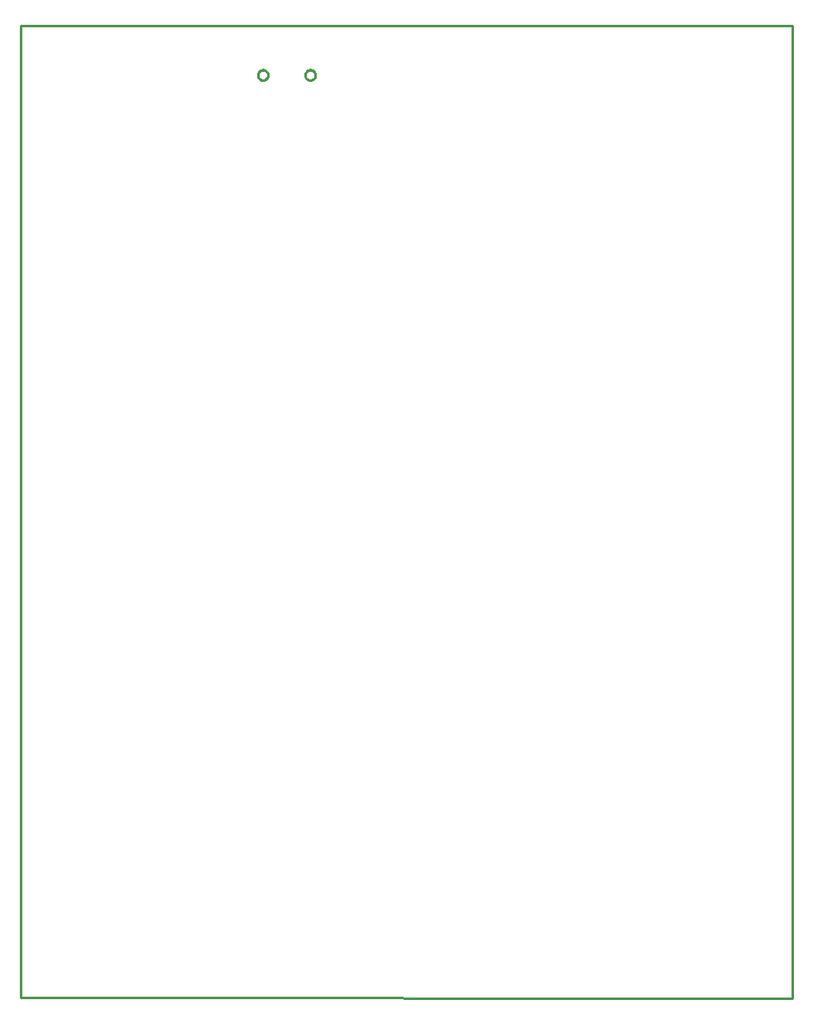
<source format=gbr>
G04 EAGLE Gerber RS-274X export*
G75*
%MOMM*%
%FSLAX34Y34*%
%LPD*%
%IN*%
%IPPOS*%
%AMOC8*
5,1,8,0,0,1.08239X$1,22.5*%
G01*
%ADD10C,0.254000*%


D10*
X0Y0D02*
X790152Y-457D01*
X790000Y995073D01*
X0Y995073D01*
X0Y995070D01*
X0Y0D01*
X291215Y944996D02*
X291281Y945582D01*
X291412Y946157D01*
X291607Y946714D01*
X291862Y947245D01*
X292176Y947744D01*
X292544Y948205D01*
X292961Y948622D01*
X293422Y948990D01*
X293921Y949304D01*
X294452Y949559D01*
X295009Y949754D01*
X295584Y949885D01*
X296170Y949951D01*
X296759Y949951D01*
X297345Y949885D01*
X297920Y949754D01*
X298477Y949559D01*
X299008Y949304D01*
X299507Y948990D01*
X299968Y948622D01*
X300385Y948205D01*
X300753Y947744D01*
X301067Y947245D01*
X301323Y946714D01*
X301517Y946157D01*
X301649Y945582D01*
X301715Y944996D01*
X301715Y944407D01*
X301649Y943821D01*
X301517Y943246D01*
X301323Y942689D01*
X301067Y942158D01*
X300753Y941659D01*
X300385Y941198D01*
X299968Y940781D01*
X299507Y940413D01*
X299008Y940099D01*
X298477Y939843D01*
X297920Y939649D01*
X297345Y939517D01*
X296759Y939451D01*
X296170Y939451D01*
X295584Y939517D01*
X295009Y939649D01*
X294452Y939843D01*
X293921Y940099D01*
X293422Y940413D01*
X292961Y940781D01*
X292544Y941198D01*
X292176Y941659D01*
X291862Y942158D01*
X291607Y942689D01*
X291412Y943246D01*
X291281Y943821D01*
X291215Y944407D01*
X291215Y944996D01*
X242715Y944996D02*
X242781Y945582D01*
X242912Y946157D01*
X243107Y946714D01*
X243362Y947245D01*
X243676Y947744D01*
X244044Y948205D01*
X244461Y948622D01*
X244922Y948990D01*
X245421Y949304D01*
X245952Y949559D01*
X246509Y949754D01*
X247084Y949885D01*
X247670Y949951D01*
X248259Y949951D01*
X248845Y949885D01*
X249420Y949754D01*
X249977Y949559D01*
X250508Y949304D01*
X251007Y948990D01*
X251468Y948622D01*
X251885Y948205D01*
X252253Y947744D01*
X252567Y947245D01*
X252823Y946714D01*
X253017Y946157D01*
X253149Y945582D01*
X253215Y944996D01*
X253215Y944407D01*
X253149Y943821D01*
X253017Y943246D01*
X252823Y942689D01*
X252567Y942158D01*
X252253Y941659D01*
X251885Y941198D01*
X251468Y940781D01*
X251007Y940413D01*
X250508Y940099D01*
X249977Y939843D01*
X249420Y939649D01*
X248845Y939517D01*
X248259Y939451D01*
X247670Y939451D01*
X247084Y939517D01*
X246509Y939649D01*
X245952Y939843D01*
X245421Y940099D01*
X244922Y940413D01*
X244461Y940781D01*
X244044Y941198D01*
X243676Y941659D01*
X243362Y942158D01*
X243107Y942689D01*
X242912Y943246D01*
X242781Y943821D01*
X242715Y944407D01*
X242715Y944996D01*
M02*

</source>
